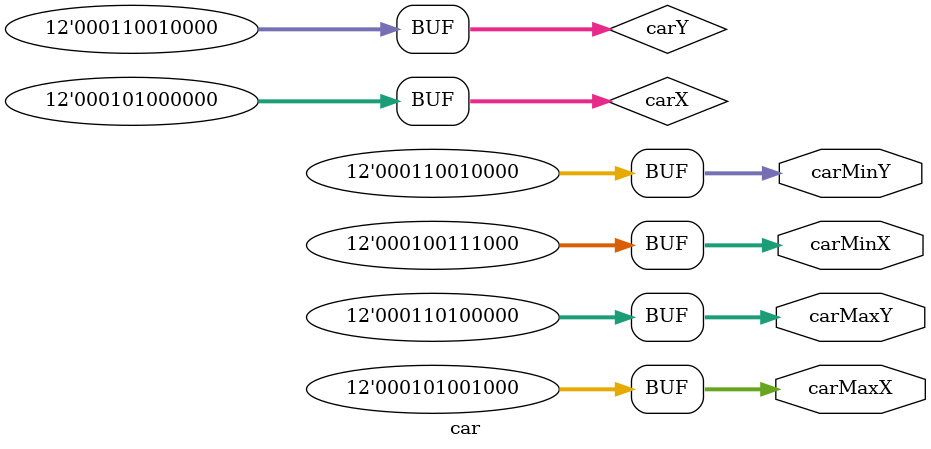
<source format=v>
`timescale 1ns / 1ps

//The reference point is the center of the bottom part of the segment!
module car(
    output[11:0] carMinX, carMaxX, carMinY, carMaxY
    //output[11:0] carX, carY
    );
    
    //wire [11:0] carMinX, carMaxX, carMinY, carMaxY;
    wire [11:0] carX, carY;
    assign carX = 10'd320;
    assign carY = 10'd400;
    assign carMinX = carX - 10'd8;
    assign carMaxX = carX + 10'd8;
    assign carMinY = carY;
    assign carMaxY = carY + 10'd16;
endmodule

</source>
